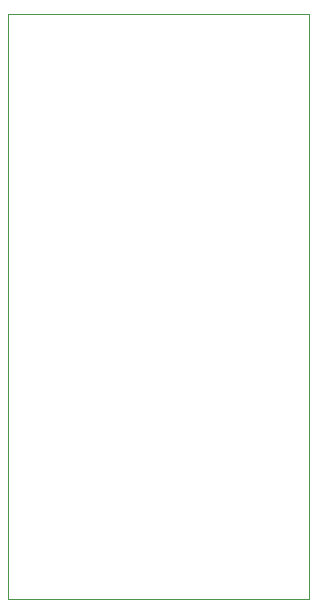
<source format=gbr>
G04 #@! TF.GenerationSoftware,KiCad,Pcbnew,(5.1.5)-3*
G04 #@! TF.CreationDate,2020-06-15T12:52:53-05:00*
G04 #@! TF.ProjectId,LightDriverShieldVer1,4c696768-7444-4726-9976-657253686965,rev?*
G04 #@! TF.SameCoordinates,Original*
G04 #@! TF.FileFunction,Profile,NP*
%FSLAX46Y46*%
G04 Gerber Fmt 4.6, Leading zero omitted, Abs format (unit mm)*
G04 Created by KiCad (PCBNEW (5.1.5)-3) date 2020-06-15 12:52:53*
%MOMM*%
%LPD*%
G04 APERTURE LIST*
%ADD10C,0.050000*%
G04 APERTURE END LIST*
D10*
X98500000Y-140000000D02*
X98500000Y-90500000D01*
X124000000Y-140000000D02*
X98500000Y-140000000D01*
X124000000Y-90500000D02*
X124000000Y-140000000D01*
X98500000Y-90500000D02*
X124000000Y-90500000D01*
M02*

</source>
